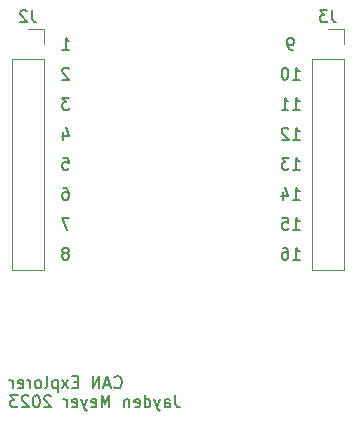
<source format=gbr>
%TF.GenerationSoftware,KiCad,Pcbnew,(6.0.11)*%
%TF.CreationDate,2023-02-06T20:57:08+10:00*%
%TF.ProjectId,can_explorer,63616e5f-6578-4706-9c6f-7265722e6b69,rev?*%
%TF.SameCoordinates,Original*%
%TF.FileFunction,Legend,Bot*%
%TF.FilePolarity,Positive*%
%FSLAX46Y46*%
G04 Gerber Fmt 4.6, Leading zero omitted, Abs format (unit mm)*
G04 Created by KiCad (PCBNEW (6.0.11)) date 2023-02-06 20:57:08*
%MOMM*%
%LPD*%
G01*
G04 APERTURE LIST*
%ADD10C,0.150000*%
%ADD11C,0.120000*%
%ADD12R,2.000000X3.000000*%
%ADD13O,2.000000X3.000000*%
%ADD14R,1.700000X1.700000*%
%ADD15O,1.700000X1.700000*%
G04 APERTURE END LIST*
D10*
X157035476Y-83002380D02*
X157606904Y-83002380D01*
X157321190Y-83002380D02*
X157321190Y-82002380D01*
X157416428Y-82145238D01*
X157511666Y-82240476D01*
X157606904Y-82288095D01*
X156702142Y-82002380D02*
X156083095Y-82002380D01*
X156416428Y-82383333D01*
X156273571Y-82383333D01*
X156178333Y-82430952D01*
X156130714Y-82478571D01*
X156083095Y-82573809D01*
X156083095Y-82811904D01*
X156130714Y-82907142D01*
X156178333Y-82954761D01*
X156273571Y-83002380D01*
X156559285Y-83002380D01*
X156654523Y-82954761D01*
X156702142Y-82907142D01*
X157035476Y-72842380D02*
X156845000Y-72842380D01*
X156749761Y-72794761D01*
X156702142Y-72747142D01*
X156606904Y-72604285D01*
X156559285Y-72413809D01*
X156559285Y-72032857D01*
X156606904Y-71937619D01*
X156654523Y-71890000D01*
X156749761Y-71842380D01*
X156940238Y-71842380D01*
X157035476Y-71890000D01*
X157083095Y-71937619D01*
X157130714Y-72032857D01*
X157130714Y-72270952D01*
X157083095Y-72366190D01*
X157035476Y-72413809D01*
X156940238Y-72461428D01*
X156749761Y-72461428D01*
X156654523Y-72413809D01*
X156606904Y-72366190D01*
X156559285Y-72270952D01*
X137890238Y-90050952D02*
X137985476Y-90003333D01*
X138033095Y-89955714D01*
X138080714Y-89860476D01*
X138080714Y-89812857D01*
X138033095Y-89717619D01*
X137985476Y-89670000D01*
X137890238Y-89622380D01*
X137699761Y-89622380D01*
X137604523Y-89670000D01*
X137556904Y-89717619D01*
X137509285Y-89812857D01*
X137509285Y-89860476D01*
X137556904Y-89955714D01*
X137604523Y-90003333D01*
X137699761Y-90050952D01*
X137890238Y-90050952D01*
X137985476Y-90098571D01*
X138033095Y-90146190D01*
X138080714Y-90241428D01*
X138080714Y-90431904D01*
X138033095Y-90527142D01*
X137985476Y-90574761D01*
X137890238Y-90622380D01*
X137699761Y-90622380D01*
X137604523Y-90574761D01*
X137556904Y-90527142D01*
X137509285Y-90431904D01*
X137509285Y-90241428D01*
X137556904Y-90146190D01*
X137604523Y-90098571D01*
X137699761Y-90050952D01*
X138128333Y-76922380D02*
X137509285Y-76922380D01*
X137842619Y-77303333D01*
X137699761Y-77303333D01*
X137604523Y-77350952D01*
X137556904Y-77398571D01*
X137509285Y-77493809D01*
X137509285Y-77731904D01*
X137556904Y-77827142D01*
X137604523Y-77874761D01*
X137699761Y-77922380D01*
X137985476Y-77922380D01*
X138080714Y-77874761D01*
X138128333Y-77827142D01*
X138128333Y-87082380D02*
X137461666Y-87082380D01*
X137890238Y-88082380D01*
X137509285Y-72842380D02*
X138080714Y-72842380D01*
X137795000Y-72842380D02*
X137795000Y-71842380D01*
X137890238Y-71985238D01*
X137985476Y-72080476D01*
X138080714Y-72128095D01*
X157035476Y-85542380D02*
X157606904Y-85542380D01*
X157321190Y-85542380D02*
X157321190Y-84542380D01*
X157416428Y-84685238D01*
X157511666Y-84780476D01*
X157606904Y-84828095D01*
X156178333Y-84875714D02*
X156178333Y-85542380D01*
X156416428Y-84494761D02*
X156654523Y-85209047D01*
X156035476Y-85209047D01*
X157035476Y-75382380D02*
X157606904Y-75382380D01*
X157321190Y-75382380D02*
X157321190Y-74382380D01*
X157416428Y-74525238D01*
X157511666Y-74620476D01*
X157606904Y-74668095D01*
X156416428Y-74382380D02*
X156321190Y-74382380D01*
X156225952Y-74430000D01*
X156178333Y-74477619D01*
X156130714Y-74572857D01*
X156083095Y-74763333D01*
X156083095Y-75001428D01*
X156130714Y-75191904D01*
X156178333Y-75287142D01*
X156225952Y-75334761D01*
X156321190Y-75382380D01*
X156416428Y-75382380D01*
X156511666Y-75334761D01*
X156559285Y-75287142D01*
X156606904Y-75191904D01*
X156654523Y-75001428D01*
X156654523Y-74763333D01*
X156606904Y-74572857D01*
X156559285Y-74477619D01*
X156511666Y-74430000D01*
X156416428Y-74382380D01*
X138080714Y-74477619D02*
X138033095Y-74430000D01*
X137937857Y-74382380D01*
X137699761Y-74382380D01*
X137604523Y-74430000D01*
X137556904Y-74477619D01*
X137509285Y-74572857D01*
X137509285Y-74668095D01*
X137556904Y-74810952D01*
X138128333Y-75382380D01*
X137509285Y-75382380D01*
X157035476Y-80462380D02*
X157606904Y-80462380D01*
X157321190Y-80462380D02*
X157321190Y-79462380D01*
X157416428Y-79605238D01*
X157511666Y-79700476D01*
X157606904Y-79748095D01*
X156654523Y-79557619D02*
X156606904Y-79510000D01*
X156511666Y-79462380D01*
X156273571Y-79462380D01*
X156178333Y-79510000D01*
X156130714Y-79557619D01*
X156083095Y-79652857D01*
X156083095Y-79748095D01*
X156130714Y-79890952D01*
X156702142Y-80462380D01*
X156083095Y-80462380D01*
X137604523Y-84542380D02*
X137795000Y-84542380D01*
X137890238Y-84590000D01*
X137937857Y-84637619D01*
X138033095Y-84780476D01*
X138080714Y-84970952D01*
X138080714Y-85351904D01*
X138033095Y-85447142D01*
X137985476Y-85494761D01*
X137890238Y-85542380D01*
X137699761Y-85542380D01*
X137604523Y-85494761D01*
X137556904Y-85447142D01*
X137509285Y-85351904D01*
X137509285Y-85113809D01*
X137556904Y-85018571D01*
X137604523Y-84970952D01*
X137699761Y-84923333D01*
X137890238Y-84923333D01*
X137985476Y-84970952D01*
X138033095Y-85018571D01*
X138080714Y-85113809D01*
X157035476Y-90622380D02*
X157606904Y-90622380D01*
X157321190Y-90622380D02*
X157321190Y-89622380D01*
X157416428Y-89765238D01*
X157511666Y-89860476D01*
X157606904Y-89908095D01*
X156178333Y-89622380D02*
X156368809Y-89622380D01*
X156464047Y-89670000D01*
X156511666Y-89717619D01*
X156606904Y-89860476D01*
X156654523Y-90050952D01*
X156654523Y-90431904D01*
X156606904Y-90527142D01*
X156559285Y-90574761D01*
X156464047Y-90622380D01*
X156273571Y-90622380D01*
X156178333Y-90574761D01*
X156130714Y-90527142D01*
X156083095Y-90431904D01*
X156083095Y-90193809D01*
X156130714Y-90098571D01*
X156178333Y-90050952D01*
X156273571Y-90003333D01*
X156464047Y-90003333D01*
X156559285Y-90050952D01*
X156606904Y-90098571D01*
X156654523Y-90193809D01*
X141939500Y-101406142D02*
X141987119Y-101453761D01*
X142129976Y-101501380D01*
X142225214Y-101501380D01*
X142368071Y-101453761D01*
X142463309Y-101358523D01*
X142510928Y-101263285D01*
X142558547Y-101072809D01*
X142558547Y-100929952D01*
X142510928Y-100739476D01*
X142463309Y-100644238D01*
X142368071Y-100549000D01*
X142225214Y-100501380D01*
X142129976Y-100501380D01*
X141987119Y-100549000D01*
X141939500Y-100596619D01*
X141558547Y-101215666D02*
X141082357Y-101215666D01*
X141653785Y-101501380D02*
X141320452Y-100501380D01*
X140987119Y-101501380D01*
X140653785Y-101501380D02*
X140653785Y-100501380D01*
X140082357Y-101501380D01*
X140082357Y-100501380D01*
X138844261Y-100977571D02*
X138510928Y-100977571D01*
X138368071Y-101501380D02*
X138844261Y-101501380D01*
X138844261Y-100501380D01*
X138368071Y-100501380D01*
X138034738Y-101501380D02*
X137510928Y-100834714D01*
X138034738Y-100834714D02*
X137510928Y-101501380D01*
X137129976Y-100834714D02*
X137129976Y-101834714D01*
X137129976Y-100882333D02*
X137034738Y-100834714D01*
X136844261Y-100834714D01*
X136749023Y-100882333D01*
X136701404Y-100929952D01*
X136653785Y-101025190D01*
X136653785Y-101310904D01*
X136701404Y-101406142D01*
X136749023Y-101453761D01*
X136844261Y-101501380D01*
X137034738Y-101501380D01*
X137129976Y-101453761D01*
X136082357Y-101501380D02*
X136177595Y-101453761D01*
X136225214Y-101358523D01*
X136225214Y-100501380D01*
X135558547Y-101501380D02*
X135653785Y-101453761D01*
X135701404Y-101406142D01*
X135749023Y-101310904D01*
X135749023Y-101025190D01*
X135701404Y-100929952D01*
X135653785Y-100882333D01*
X135558547Y-100834714D01*
X135415690Y-100834714D01*
X135320452Y-100882333D01*
X135272833Y-100929952D01*
X135225214Y-101025190D01*
X135225214Y-101310904D01*
X135272833Y-101406142D01*
X135320452Y-101453761D01*
X135415690Y-101501380D01*
X135558547Y-101501380D01*
X134796642Y-101501380D02*
X134796642Y-100834714D01*
X134796642Y-101025190D02*
X134749023Y-100929952D01*
X134701404Y-100882333D01*
X134606166Y-100834714D01*
X134510928Y-100834714D01*
X133796642Y-101453761D02*
X133891880Y-101501380D01*
X134082357Y-101501380D01*
X134177595Y-101453761D01*
X134225214Y-101358523D01*
X134225214Y-100977571D01*
X134177595Y-100882333D01*
X134082357Y-100834714D01*
X133891880Y-100834714D01*
X133796642Y-100882333D01*
X133749023Y-100977571D01*
X133749023Y-101072809D01*
X134225214Y-101168047D01*
X133320452Y-101501380D02*
X133320452Y-100834714D01*
X133320452Y-101025190D02*
X133272833Y-100929952D01*
X133225214Y-100882333D01*
X133129976Y-100834714D01*
X133034738Y-100834714D01*
X147082357Y-102111380D02*
X147082357Y-102825666D01*
X147129976Y-102968523D01*
X147225214Y-103063761D01*
X147368071Y-103111380D01*
X147463309Y-103111380D01*
X146177595Y-103111380D02*
X146177595Y-102587571D01*
X146225214Y-102492333D01*
X146320452Y-102444714D01*
X146510928Y-102444714D01*
X146606166Y-102492333D01*
X146177595Y-103063761D02*
X146272833Y-103111380D01*
X146510928Y-103111380D01*
X146606166Y-103063761D01*
X146653785Y-102968523D01*
X146653785Y-102873285D01*
X146606166Y-102778047D01*
X146510928Y-102730428D01*
X146272833Y-102730428D01*
X146177595Y-102682809D01*
X145796642Y-102444714D02*
X145558547Y-103111380D01*
X145320452Y-102444714D02*
X145558547Y-103111380D01*
X145653785Y-103349476D01*
X145701404Y-103397095D01*
X145796642Y-103444714D01*
X144510928Y-103111380D02*
X144510928Y-102111380D01*
X144510928Y-103063761D02*
X144606166Y-103111380D01*
X144796642Y-103111380D01*
X144891880Y-103063761D01*
X144939500Y-103016142D01*
X144987119Y-102920904D01*
X144987119Y-102635190D01*
X144939500Y-102539952D01*
X144891880Y-102492333D01*
X144796642Y-102444714D01*
X144606166Y-102444714D01*
X144510928Y-102492333D01*
X143653785Y-103063761D02*
X143749023Y-103111380D01*
X143939500Y-103111380D01*
X144034738Y-103063761D01*
X144082357Y-102968523D01*
X144082357Y-102587571D01*
X144034738Y-102492333D01*
X143939500Y-102444714D01*
X143749023Y-102444714D01*
X143653785Y-102492333D01*
X143606166Y-102587571D01*
X143606166Y-102682809D01*
X144082357Y-102778047D01*
X143177595Y-102444714D02*
X143177595Y-103111380D01*
X143177595Y-102539952D02*
X143129976Y-102492333D01*
X143034738Y-102444714D01*
X142891880Y-102444714D01*
X142796642Y-102492333D01*
X142749023Y-102587571D01*
X142749023Y-103111380D01*
X141510928Y-103111380D02*
X141510928Y-102111380D01*
X141177595Y-102825666D01*
X140844261Y-102111380D01*
X140844261Y-103111380D01*
X139987119Y-103063761D02*
X140082357Y-103111380D01*
X140272833Y-103111380D01*
X140368071Y-103063761D01*
X140415690Y-102968523D01*
X140415690Y-102587571D01*
X140368071Y-102492333D01*
X140272833Y-102444714D01*
X140082357Y-102444714D01*
X139987119Y-102492333D01*
X139939500Y-102587571D01*
X139939500Y-102682809D01*
X140415690Y-102778047D01*
X139606166Y-102444714D02*
X139368071Y-103111380D01*
X139129976Y-102444714D02*
X139368071Y-103111380D01*
X139463309Y-103349476D01*
X139510928Y-103397095D01*
X139606166Y-103444714D01*
X138368071Y-103063761D02*
X138463309Y-103111380D01*
X138653785Y-103111380D01*
X138749023Y-103063761D01*
X138796642Y-102968523D01*
X138796642Y-102587571D01*
X138749023Y-102492333D01*
X138653785Y-102444714D01*
X138463309Y-102444714D01*
X138368071Y-102492333D01*
X138320452Y-102587571D01*
X138320452Y-102682809D01*
X138796642Y-102778047D01*
X137891880Y-103111380D02*
X137891880Y-102444714D01*
X137891880Y-102635190D02*
X137844261Y-102539952D01*
X137796642Y-102492333D01*
X137701404Y-102444714D01*
X137606166Y-102444714D01*
X136558547Y-102206619D02*
X136510928Y-102159000D01*
X136415690Y-102111380D01*
X136177595Y-102111380D01*
X136082357Y-102159000D01*
X136034738Y-102206619D01*
X135987119Y-102301857D01*
X135987119Y-102397095D01*
X136034738Y-102539952D01*
X136606166Y-103111380D01*
X135987119Y-103111380D01*
X135368071Y-102111380D02*
X135272833Y-102111380D01*
X135177595Y-102159000D01*
X135129976Y-102206619D01*
X135082357Y-102301857D01*
X135034738Y-102492333D01*
X135034738Y-102730428D01*
X135082357Y-102920904D01*
X135129976Y-103016142D01*
X135177595Y-103063761D01*
X135272833Y-103111380D01*
X135368071Y-103111380D01*
X135463309Y-103063761D01*
X135510928Y-103016142D01*
X135558547Y-102920904D01*
X135606166Y-102730428D01*
X135606166Y-102492333D01*
X135558547Y-102301857D01*
X135510928Y-102206619D01*
X135463309Y-102159000D01*
X135368071Y-102111380D01*
X134653785Y-102206619D02*
X134606166Y-102159000D01*
X134510928Y-102111380D01*
X134272833Y-102111380D01*
X134177595Y-102159000D01*
X134129976Y-102206619D01*
X134082357Y-102301857D01*
X134082357Y-102397095D01*
X134129976Y-102539952D01*
X134701404Y-103111380D01*
X134082357Y-103111380D01*
X133749023Y-102111380D02*
X133129976Y-102111380D01*
X133463309Y-102492333D01*
X133320452Y-102492333D01*
X133225214Y-102539952D01*
X133177595Y-102587571D01*
X133129976Y-102682809D01*
X133129976Y-102920904D01*
X133177595Y-103016142D01*
X133225214Y-103063761D01*
X133320452Y-103111380D01*
X133606166Y-103111380D01*
X133701404Y-103063761D01*
X133749023Y-103016142D01*
X137604523Y-79795714D02*
X137604523Y-80462380D01*
X137842619Y-79414761D02*
X138080714Y-80129047D01*
X137461666Y-80129047D01*
X157035476Y-77922380D02*
X157606904Y-77922380D01*
X157321190Y-77922380D02*
X157321190Y-76922380D01*
X157416428Y-77065238D01*
X157511666Y-77160476D01*
X157606904Y-77208095D01*
X156083095Y-77922380D02*
X156654523Y-77922380D01*
X156368809Y-77922380D02*
X156368809Y-76922380D01*
X156464047Y-77065238D01*
X156559285Y-77160476D01*
X156654523Y-77208095D01*
X157035476Y-88082380D02*
X157606904Y-88082380D01*
X157321190Y-88082380D02*
X157321190Y-87082380D01*
X157416428Y-87225238D01*
X157511666Y-87320476D01*
X157606904Y-87368095D01*
X156130714Y-87082380D02*
X156606904Y-87082380D01*
X156654523Y-87558571D01*
X156606904Y-87510952D01*
X156511666Y-87463333D01*
X156273571Y-87463333D01*
X156178333Y-87510952D01*
X156130714Y-87558571D01*
X156083095Y-87653809D01*
X156083095Y-87891904D01*
X156130714Y-87987142D01*
X156178333Y-88034761D01*
X156273571Y-88082380D01*
X156511666Y-88082380D01*
X156606904Y-88034761D01*
X156654523Y-87987142D01*
X137556904Y-82002380D02*
X138033095Y-82002380D01*
X138080714Y-82478571D01*
X138033095Y-82430952D01*
X137937857Y-82383333D01*
X137699761Y-82383333D01*
X137604523Y-82430952D01*
X137556904Y-82478571D01*
X137509285Y-82573809D01*
X137509285Y-82811904D01*
X137556904Y-82907142D01*
X137604523Y-82954761D01*
X137699761Y-83002380D01*
X137937857Y-83002380D01*
X138033095Y-82954761D01*
X138080714Y-82907142D01*
%TO.C,J2*%
X134953333Y-69512380D02*
X134953333Y-70226666D01*
X135000952Y-70369523D01*
X135096190Y-70464761D01*
X135239047Y-70512380D01*
X135334285Y-70512380D01*
X134524761Y-69607619D02*
X134477142Y-69560000D01*
X134381904Y-69512380D01*
X134143809Y-69512380D01*
X134048571Y-69560000D01*
X134000952Y-69607619D01*
X133953333Y-69702857D01*
X133953333Y-69798095D01*
X134000952Y-69940952D01*
X134572380Y-70512380D01*
X133953333Y-70512380D01*
%TO.C,J3*%
X160353333Y-69512380D02*
X160353333Y-70226666D01*
X160400952Y-70369523D01*
X160496190Y-70464761D01*
X160639047Y-70512380D01*
X160734285Y-70512380D01*
X159972380Y-69512380D02*
X159353333Y-69512380D01*
X159686666Y-69893333D01*
X159543809Y-69893333D01*
X159448571Y-69940952D01*
X159400952Y-69988571D01*
X159353333Y-70083809D01*
X159353333Y-70321904D01*
X159400952Y-70417142D01*
X159448571Y-70464761D01*
X159543809Y-70512380D01*
X159829523Y-70512380D01*
X159924761Y-70464761D01*
X159972380Y-70417142D01*
D11*
%TO.C,J2*%
X135950000Y-71060000D02*
X134620000Y-71060000D01*
X133290000Y-73660000D02*
X133290000Y-91500000D01*
X135950000Y-72390000D02*
X135950000Y-71060000D01*
X135950000Y-73660000D02*
X135950000Y-91500000D01*
X135950000Y-91500000D02*
X133290000Y-91500000D01*
X135950000Y-73660000D02*
X133290000Y-73660000D01*
%TO.C,J3*%
X158690000Y-73660000D02*
X158690000Y-91500000D01*
X161350000Y-73660000D02*
X158690000Y-73660000D01*
X161350000Y-73660000D02*
X161350000Y-91500000D01*
X161350000Y-91500000D02*
X158690000Y-91500000D01*
X161350000Y-72390000D02*
X161350000Y-71060000D01*
X161350000Y-71060000D02*
X160020000Y-71060000D01*
%TD*%
%LPC*%
D12*
%TO.C,J1*%
X143020000Y-67280000D03*
D13*
X143020000Y-71280000D03*
X143020000Y-75280000D03*
X143020000Y-79280000D03*
X143020000Y-83280000D03*
X143020000Y-87280000D03*
X143020000Y-91280000D03*
X143020000Y-95280000D03*
X151620000Y-67280000D03*
X151620000Y-71280000D03*
X151620000Y-75280000D03*
X151620000Y-79280000D03*
X151620000Y-83280000D03*
X151620000Y-87280000D03*
X151620000Y-91280000D03*
X151620000Y-95280000D03*
%TD*%
D14*
%TO.C,J2*%
X134620000Y-72390000D03*
D15*
X134620000Y-74930000D03*
X134620000Y-77470000D03*
X134620000Y-80010000D03*
X134620000Y-82550000D03*
X134620000Y-85090000D03*
X134620000Y-87630000D03*
X134620000Y-90170000D03*
%TD*%
D14*
%TO.C,J3*%
X160020000Y-72390000D03*
D15*
X160020000Y-74930000D03*
X160020000Y-77470000D03*
X160020000Y-80010000D03*
X160020000Y-82550000D03*
X160020000Y-85090000D03*
X160020000Y-87630000D03*
X160020000Y-90170000D03*
%TD*%
M02*

</source>
